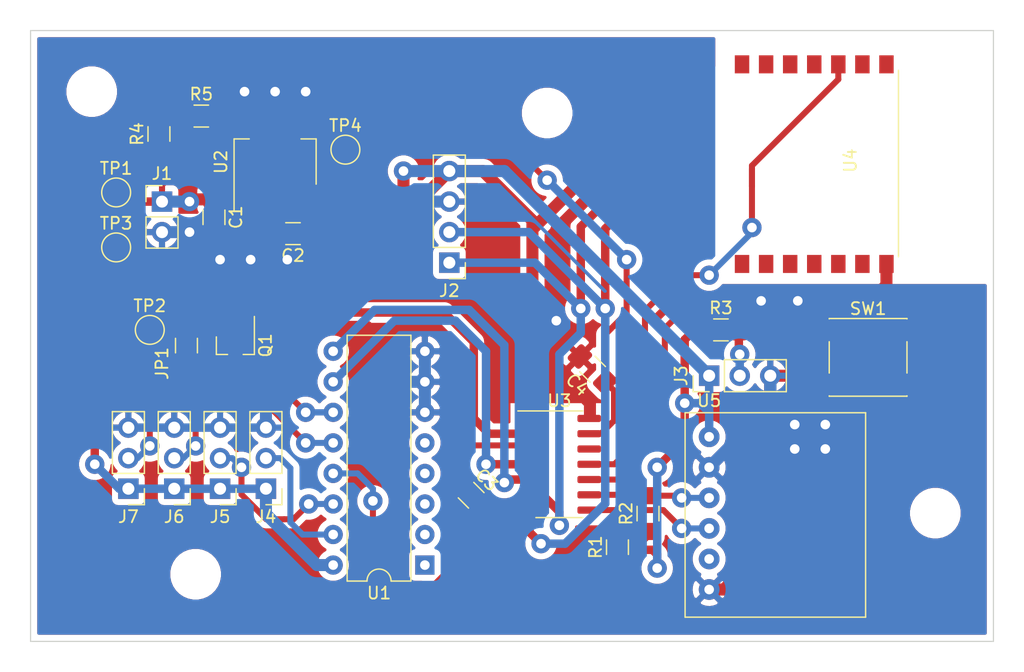
<source format=kicad_pcb>
(kicad_pcb (version 20171130) (host pcbnew 5.1.9-73d0e3b20d~88~ubuntu20.04.1)
  (layers (0 F.Cu signal) (31 B.Cu signal) (34 B.Paste user) (35 F.Paste user) (36 B.SilkS user) (37 F.SilkS user) (38 B.Mask user) (39 F.Mask user) (44 Edge.Cuts user))
  (net 0 "")
  (net 1 GND)
  (net 2 /3.7V)
  (net 3 +3V3)
  (net 4 /Tiny_RX)
  (net 5 /Tiny_TX)
  (net 6 "Net-(J4-Pad2)")
  (net 7 "Net-(J5-Pad2)")
  (net 8 "Net-(J6-Pad2)")
  (net 9 "Net-(J7-Pad2)")
  (net 10 "Net-(U1-Pad5)")
  (net 11 "Net-(U1-Pad4)")
  (net 12 "Net-(U1-Pad3)")
  (net 13 "Net-(U1-Pad2)")
  (net 14 "Net-(U1-Pad1)")
  (net 15 "Net-(U3-Pad12)")
  (net 16 "Net-(U4-Pad15)")
  (net 17 "Net-(U4-Pad14)")
  (net 18 "Net-(U4-Pad13)")
  (net 19 "Net-(U4-Pad12)")
  (net 20 "Net-(U4-Pad21)")
  (net 21 "Net-(U4-Pad20)")
  (net 22 "Net-(U4-Pad19)")
  (net 23 "Net-(U4-Pad18)")
  (net 24 "Net-(U4-Pad17)")
  (net 25 "Net-(U4-Pad16)")
  (net 26 "Net-(U4-Pad7)")
  (net 27 "Net-(U4-Pad6)")
  (net 28 "Net-(U4-Pad5)")
  (net 29 "Net-(U4-Pad4)")
  (net 30 "Net-(U4-Pad2)")
  (net 31 "Net-(U4-Pad1)")
  (net 32 "Net-(U5-Pad5)")
  (net 33 /Mux_out)
  (net 34 /Tiny_RST)
  (net 35 /V_m)
  (net 36 /V_cmd)
  (net 37 /Tiny_SDA)
  (net 38 /Tiny_SCL)
  (net 39 /Mux_S0)
  (net 40 /Mux_S1)
  (net 41 /V_bat)
  (net 42 /BLE_Reset)
  (module Resistor_SMD:R_1206_3216Metric_Pad1.42x1.75mm_HandSolder (layer F.Cu) (at 80.2275 71.882)
    (fp_text reference R5 (at 0 -1.82) (layer F.SilkS))
    (fp_text value 500kR)
    (pad 2 smd roundrect (at 1.4875 0) (size 1.425 1.75) (layers F.Cu F.Paste F.Mask) (roundrect_rratio 0.1754385964912281) (net 1 GND))
    (pad 1 smd roundrect (at -1.4875 0) (size 1.425 1.75) (layers F.Cu F.Paste F.Mask) (roundrect_rratio 0.1754385964912281) (net 41 /V_bat))
  )
  (module TestPoint:TestPoint_Pad_D2.0mm (layer F.Cu) (at 92.202 74.676)
    (fp_text reference TP4 (at 0 -1.998) (layer F.SilkS))
    (fp_text value TestPoint)
    (pad 1 smd circle (at 0 0) (size 2 2) (layers F.Cu F.Mask) (net 3 +3V3))
  )
  (module TestPoint:TestPoint_Pad_D2.0mm (layer F.Cu) (at 73.152 82.804)
    (fp_text reference TP3 (at 0 -1.998) (layer F.SilkS))
    (fp_text value TestPoint)
    (pad 1 smd circle (at 0 0) (size 2 2) (layers F.Cu F.Mask) (net 1 GND))
  )
  (module TestPoint:TestPoint_Pad_D2.0mm (layer F.Cu) (at 75.946 89.662)
    (fp_text reference TP2 (at 0 -1.998) (layer F.SilkS))
    (fp_text value TestPoint)
    (pad 1 smd circle (at 0 0) (size 2 2) (layers F.Cu F.Mask) (net 35 /V_m))
  )
  (module TestPoint:TestPoint_Pad_D2.0mm (layer F.Cu) (at 73.152 78.232)
    (fp_text reference TP1 (at 0 -1.998) (layer F.SilkS))
    (fp_text value TestPoint)
    (pad 1 smd circle (at 0 0) (size 2 2) (layers F.Cu F.Mask) (net 2 /3.7V))
  )
  (module Pota:EMB1061 (layer F.Cu) (at 137.16 68.58 270)
    (fp_text reference U4 (at 7 3 90) (layer F.SilkS))
    (fp_text value EMB1061)
    (pad 15 smd rect (at 14.3 15.5) (size 2 1.1) (layers F.Cu F.Paste F.Mask) (net 16 "Net-(U4-Pad15)"))
    (pad 14 smd rect (at 12.3 15.5) (size 2 1.1) (layers F.Cu F.Paste F.Mask) (net 17 "Net-(U4-Pad14)"))
    (pad 13 smd rect (at 10.3 15.5) (size 2 1.1) (layers F.Cu F.Paste F.Mask) (net 18 "Net-(U4-Pad13)"))
    (pad 12 smd rect (at 8.3 15.5) (size 2 1.1) (layers F.Cu F.Paste F.Mask) (net 19 "Net-(U4-Pad12)"))
    (pad 11 smd rect (at 6.3 15.5) (size 2 1.1) (layers F.Cu F.Paste F.Mask) (net 5 /Tiny_TX))
    (pad 10 smd rect (at 4.3 15.5) (size 2 1.1) (layers F.Cu F.Paste F.Mask) (net 4 /Tiny_RX))
    (pad 9 smd rect (at 2.3 15.5) (size 2 1.1) (layers F.Cu F.Paste F.Mask) (net 1 GND))
    (pad 8 smd rect (at 0.3 15.5 180) (size 2 1.1) (layers F.Cu F.Paste F.Mask) (net 3 +3V3))
    (pad 22 smd rect (at 15.6 0 270) (size 1.5 1.2) (layers F.Cu F.Paste F.Mask) (net 1 GND))
    (pad 21 smd rect (at 15.6 2 270) (size 1.5 1.2) (layers F.Cu F.Paste F.Mask) (net 20 "Net-(U4-Pad21)"))
    (pad 20 smd rect (at 15.6 4 270) (size 1.5 1.2) (layers F.Cu F.Paste F.Mask) (net 21 "Net-(U4-Pad20)"))
    (pad 19 smd rect (at 15.6 6 270) (size 1.5 1.2) (layers F.Cu F.Paste F.Mask) (net 22 "Net-(U4-Pad19)"))
    (pad 18 smd rect (at 15.6 8 270) (size 1.5 1.2) (layers F.Cu F.Paste F.Mask) (net 23 "Net-(U4-Pad18)"))
    (pad 17 smd rect (at 15.6 10 270) (size 1.5 1.2) (layers F.Cu F.Paste F.Mask) (net 24 "Net-(U4-Pad17)"))
    (pad 16 smd rect (at 15.6 12 270) (size 1.5 1.2) (layers F.Cu F.Paste F.Mask) (net 25 "Net-(U4-Pad16)"))
    (pad 7 smd rect (at -1 12 270) (size 1.5 1.2) (layers F.Cu F.Paste F.Mask) (net 26 "Net-(U4-Pad7)"))
    (pad 6 smd rect (at -1 10 270) (size 1.5 1.2) (layers F.Cu F.Paste F.Mask) (net 27 "Net-(U4-Pad6)"))
    (pad 5 smd rect (at -1 8 270) (size 1.5 1.2) (layers F.Cu F.Paste F.Mask) (net 28 "Net-(U4-Pad5)"))
    (pad 4 smd rect (at -1 6 270) (size 1.5 1.2) (layers F.Cu F.Paste F.Mask) (net 29 "Net-(U4-Pad4)"))
    (pad 3 smd rect (at -1 4 270) (size 1.5 1.2) (layers F.Cu F.Paste F.Mask) (net 42 /BLE_Reset))
    (pad 2 smd rect (at -1 2 270) (size 1.5 1.2) (layers F.Cu F.Paste F.Mask) (net 30 "Net-(U4-Pad2)"))
    (pad 1 smd rect (at -1 0 270) (size 1.5 1.2) (layers F.Cu F.Paste F.Mask) (net 31 "Net-(U4-Pad1)"))
  )
  (module Resistor_SMD:R_1206_3216Metric_Pad1.42x1.75mm_HandSolder (layer F.Cu) (at 76.708 73.3695 90)
    (fp_text reference R4 (at 0 -1.82 90) (layer F.SilkS))
    (fp_text value 500kR)
    (pad 2 smd roundrect (at 1.4875 0 90) (size 1.425 1.75) (layers F.Cu F.Paste F.Mask) (roundrect_rratio 0.1754385964912281) (net 41 /V_bat))
    (pad 1 smd roundrect (at -1.4875 0 90) (size 1.425 1.75) (layers F.Cu F.Paste F.Mask) (roundrect_rratio 0.1754385964912281) (net 2 /3.7V))
  )
  (module Capacitor_SMD:C_1206_3216Metric_Pad1.42x1.75mm_HandSolder (layer F.Cu) (at 112.740179 92.928179 135)
    (fp_text reference C4 (at 0 -1.82 135) (layer F.SilkS))
    (fp_text value 10uF)
    (pad 2 smd roundrect (at 1.4875 0 135) (size 1.425 1.75) (layers F.Cu F.Paste F.Mask) (roundrect_rratio 0.1754385964912281) (net 1 GND))
    (pad 1 smd roundrect (at -1.4875 0 135) (size 1.425 1.75) (layers F.Cu F.Paste F.Mask) (roundrect_rratio 0.1754385964912281) (net 41 /V_bat))
  )
  (module Package_TO_SOT_SMD:SOT-223 (layer F.Cu) (at 86.36 75.692 90)
    (fp_text reference U2 (at 0 -4.5 90) (layer F.SilkS))
    (fp_text value MCP1826S)
    (pad 1 smd rect (at -3.15 -2.3 90) (size 2 1.5) (layers F.Cu F.Paste F.Mask) (net 2 /3.7V))
    (pad 3 smd rect (at -3.15 2.3 90) (size 2 1.5) (layers F.Cu F.Paste F.Mask) (net 3 +3V3))
    (pad 2 smd rect (at -3.15 0 90) (size 2 1.5) (layers F.Cu F.Paste F.Mask) (net 1 GND))
    (pad 2 smd rect (at 3.15 0 90) (size 2 3.8) (layers F.Cu F.Paste F.Mask) (net 1 GND))
  )
  (module Package_TO_SOT_SMD:SOT-23_Handsoldering (layer F.Cu) (at 83.058 90.948 270)
    (fp_text reference Q1 (at 0 -2.5 90) (layer F.SilkS))
    (fp_text value SI2369DS)
    (pad 3 smd rect (at 1.5 0 270) (size 1.9 0.8) (layers F.Cu F.Paste F.Mask) (net 35 /V_m))
    (pad 2 smd rect (at -1.5 0.95 270) (size 1.9 0.8) (layers F.Cu F.Paste F.Mask) (net 3 +3V3))
    (pad 1 smd rect (at -1.5 -0.95 270) (size 1.9 0.8) (layers F.Cu F.Paste F.Mask) (net 36 /V_cmd))
  )
  (module Button_Switch_SMD:SW_Push_1P1T_NO_6x6mm_H9.5mm (layer F.Cu) (at 135.636 91.948)
    (fp_text reference SW1 (at 0 -4.05) (layer F.SilkS))
    (fp_text value Push_Button)
    (pad 2 smd rect (at 3.975 2.25) (size 1.55 1.3) (layers F.Cu F.Paste F.Mask) (net 1 GND))
    (pad 1 smd rect (at 3.975 -2.25) (size 1.55 1.3) (layers F.Cu F.Paste F.Mask) (net 34 /Tiny_RST))
    (pad 1 smd rect (at -3.975 -2.25) (size 1.55 1.3) (layers F.Cu F.Paste F.Mask) (net 34 /Tiny_RST))
    (pad 2 smd rect (at -3.975 2.25) (size 1.55 1.3) (layers F.Cu F.Paste F.Mask) (net 1 GND))
  )
  (module Resistor_SMD:R_1206_3216Metric_Pad1.42x1.75mm_HandSolder (layer F.Cu) (at 123.4075 89.662)
    (fp_text reference R3 (at 0 -1.82) (layer F.SilkS))
    (fp_text value R)
    (pad 2 smd roundrect (at 1.4875 0) (size 1.425 1.75) (layers F.Cu F.Paste F.Mask) (roundrect_rratio 0.1754385964912281) (net 34 /Tiny_RST))
    (pad 1 smd roundrect (at -1.4875 0) (size 1.425 1.75) (layers F.Cu F.Paste F.Mask) (roundrect_rratio 0.1754385964912281) (net 3 +3V3))
  )
  (module Resistor_SMD:R_1206_3216Metric_Pad1.42x1.75mm_HandSolder (layer F.Cu) (at 78.994 90.9685 90)
    (fp_text reference JP1 (at -1.4875 -2.032 90) (layer F.SilkS))
    (fp_text value Jumper)
    (pad 2 smd roundrect (at 1.4875 0 90) (size 1.425 1.75) (layers F.Cu F.Paste F.Mask) (roundrect_rratio 0.1754385964912281) (net 3 +3V3))
    (pad 1 smd roundrect (at -1.4875 0 90) (size 1.425 1.75) (layers F.Cu F.Paste F.Mask) (roundrect_rratio 0.1754385964912281) (net 35 /V_m))
  )
  (module Pota:BMP280 (layer F.Cu) (at 122.428 98.552)
    (fp_text reference U5 (at 0 -3) (layer F.SilkS))
    (fp_text value BMP280)
    (pad 6 thru_hole circle (at 0 12.7) (size 1.724 1.724) (drill 0.8) (layers *.Cu *.Mask) (net 1 GND))
    (pad 5 thru_hole circle (at 0 10.16) (size 1.724 1.724) (drill 0.8) (layers *.Cu *.Mask) (net 32 "Net-(U5-Pad5)"))
    (pad 4 thru_hole circle (at 0 7.62) (size 1.724 1.724) (drill 0.8) (layers *.Cu *.Mask) (net 37 /Tiny_SDA))
    (pad 3 thru_hole circle (at 0 5.08) (size 1.724 1.724) (drill 0.8) (layers *.Cu *.Mask) (net 38 /Tiny_SCL))
    (pad 2 thru_hole circle (at 0 2.54) (size 1.724 1.724) (drill 0.8) (layers *.Cu *.Mask) (net 1 GND))
    (pad 1 thru_hole circle (at 0 0) (size 1.724 1.724) (drill 0.8) (layers *.Cu *.Mask) (net 3 +3V3))
  )
  (module Package_SO:SOIC-14_3.9x8.7mm_P1.27mm (layer F.Cu) (at 109.982 100.838)
    (fp_text reference U3 (at 0 -5.28) (layer F.SilkS))
    (fp_text value ATtiny1604)
    (pad 14 smd roundrect (at 2.475 -3.81) (size 1.95 0.6) (layers F.Cu F.Paste F.Mask) (net 1 GND))
    (pad 13 smd roundrect (at 2.475 -2.54) (size 1.95 0.6) (layers F.Cu F.Paste F.Mask) (net 41 /V_bat))
    (pad 12 smd roundrect (at 2.475 -1.27) (size 1.95 0.6) (layers F.Cu F.Paste F.Mask) (net 15 "Net-(U3-Pad12)"))
    (pad 11 smd roundrect (at 2.475 0) (size 1.95 0.6) (layers F.Cu F.Paste F.Mask) (net 42 /BLE_Reset))
    (pad 10 smd roundrect (at 2.475 1.27) (size 1.95 0.6) (layers F.Cu F.Paste F.Mask) (net 34 /Tiny_RST))
    (pad 9 smd roundrect (at 2.475 2.54) (size 1.95 0.6) (layers F.Cu F.Paste F.Mask) (net 38 /Tiny_SCL))
    (pad 8 smd roundrect (at 2.475 3.81) (size 1.95 0.6) (layers F.Cu F.Paste F.Mask) (net 37 /Tiny_SDA))
    (pad 7 smd roundrect (at -2.475 3.81) (size 1.95 0.6) (layers F.Cu F.Paste F.Mask) (net 5 /Tiny_TX))
    (pad 6 smd roundrect (at -2.475 2.54) (size 1.95 0.6) (layers F.Cu F.Paste F.Mask) (net 4 /Tiny_RX))
    (pad 5 smd roundrect (at -2.475 1.27) (size 1.95 0.6) (layers F.Cu F.Paste F.Mask) (net 40 /Mux_S1))
    (pad 4 smd roundrect (at -2.475 0) (size 1.95 0.6) (layers F.Cu F.Paste F.Mask) (net 39 /Mux_S0))
    (pad 3 smd roundrect (at -2.475 -1.27) (size 1.95 0.6) (layers F.Cu F.Paste F.Mask) (net 33 /Mux_out))
    (pad 2 smd roundrect (at -2.475 -2.54) (size 1.95 0.6) (layers F.Cu F.Paste F.Mask) (net 36 /V_cmd))
    (pad 1 smd roundrect (at -2.475 -3.81) (size 1.95 0.6) (layers F.Cu F.Paste F.Mask) (net 3 +3V3))
  )
  (module Package_DIP:DIP-16_W7.62mm (layer F.Cu) (at 98.806 109.22 180)
    (fp_text reference U1 (at 3.81 -2.33) (layer F.SilkS))
    (fp_text value 74HC4052E)
    (pad 16 thru_hole oval (at 7.62 0 180) (size 1.6 1.6) (drill 0.8) (layers *.Cu *.Mask) (net 35 /V_m))
    (pad 8 thru_hole oval (at 0 17.78 180) (size 1.6 1.6) (drill 0.8) (layers *.Cu *.Mask) (net 1 GND))
    (pad 15 thru_hole oval (at 7.62 2.54 180) (size 1.6 1.6) (drill 0.8) (layers *.Cu *.Mask) (net 6 "Net-(J4-Pad2)"))
    (pad 7 thru_hole oval (at 0 15.24 180) (size 1.6 1.6) (drill 0.8) (layers *.Cu *.Mask) (net 1 GND))
    (pad 14 thru_hole oval (at 7.62 5.08 180) (size 1.6 1.6) (drill 0.8) (layers *.Cu *.Mask) (net 7 "Net-(J5-Pad2)"))
    (pad 6 thru_hole oval (at 0 12.7 180) (size 1.6 1.6) (drill 0.8) (layers *.Cu *.Mask) (net 1 GND))
    (pad 13 thru_hole oval (at 7.62 7.62 180) (size 1.6 1.6) (drill 0.8) (layers *.Cu *.Mask) (net 33 /Mux_out))
    (pad 5 thru_hole oval (at 0 10.16 180) (size 1.6 1.6) (drill 0.8) (layers *.Cu *.Mask) (net 10 "Net-(U1-Pad5)"))
    (pad 12 thru_hole oval (at 7.62 10.16 180) (size 1.6 1.6) (drill 0.8) (layers *.Cu *.Mask) (net 8 "Net-(J6-Pad2)"))
    (pad 4 thru_hole oval (at 0 7.62 180) (size 1.6 1.6) (drill 0.8) (layers *.Cu *.Mask) (net 11 "Net-(U1-Pad4)"))
    (pad 11 thru_hole oval (at 7.62 12.7 180) (size 1.6 1.6) (drill 0.8) (layers *.Cu *.Mask) (net 9 "Net-(J7-Pad2)"))
    (pad 3 thru_hole oval (at 0 5.08 180) (size 1.6 1.6) (drill 0.8) (layers *.Cu *.Mask) (net 12 "Net-(U1-Pad3)"))
    (pad 10 thru_hole oval (at 7.62 15.24 180) (size 1.6 1.6) (drill 0.8) (layers *.Cu *.Mask) (net 39 /Mux_S0))
    (pad 2 thru_hole oval (at 0 2.54 180) (size 1.6 1.6) (drill 0.8) (layers *.Cu *.Mask) (net 13 "Net-(U1-Pad2)"))
    (pad 9 thru_hole oval (at 7.62 17.78 180) (size 1.6 1.6) (drill 0.8) (layers *.Cu *.Mask) (net 40 /Mux_S1))
    (pad 1 thru_hole rect (at 0 0 180) (size 1.6 1.6) (drill 0.8) (layers *.Cu *.Mask) (net 14 "Net-(U1-Pad1)"))
  )
  (module Resistor_SMD:R_1206_3216Metric_Pad1.42x1.75mm_HandSolder (layer F.Cu) (at 117.348 104.9385 90)
    (fp_text reference R2 (at 0 -1.82 90) (layer F.SilkS))
    (fp_text value 2.5kR)
    (pad 2 smd roundrect (at 1.4875 0 90) (size 1.425 1.75) (layers F.Cu F.Paste F.Mask) (roundrect_rratio 0.1754385964912281) (net 38 /Tiny_SCL))
    (pad 1 smd roundrect (at -1.4875 0 90) (size 1.425 1.75) (layers F.Cu F.Paste F.Mask) (roundrect_rratio 0.1754385964912281) (net 3 +3V3))
  )
  (module Resistor_SMD:R_1206_3216Metric_Pad1.42x1.75mm_HandSolder (layer F.Cu) (at 114.808 107.7325 90)
    (fp_text reference R1 (at 0 -1.82 90) (layer F.SilkS))
    (fp_text value 2.5kR)
    (pad 2 smd roundrect (at 1.4875 0 90) (size 1.425 1.75) (layers F.Cu F.Paste F.Mask) (roundrect_rratio 0.1754385964912281) (net 37 /Tiny_SDA))
    (pad 1 smd roundrect (at -1.4875 0 90) (size 1.425 1.75) (layers F.Cu F.Paste F.Mask) (roundrect_rratio 0.1754385964912281) (net 3 +3V3))
  )
  (module Connector_PinHeader_2.54mm:PinHeader_1x03_P2.54mm_Vertical (layer F.Cu) (at 74.168 102.87 180)
    (fp_text reference J7 (at 0 -2.33) (layer F.SilkS))
    (fp_text value Conn_Mux3)
    (pad 3 thru_hole oval (at 0 5.08 180) (size 1.7 1.7) (drill 1) (layers *.Cu *.Mask) (net 1 GND))
    (pad 2 thru_hole oval (at 0 2.54 180) (size 1.7 1.7) (drill 1) (layers *.Cu *.Mask) (net 9 "Net-(J7-Pad2)"))
    (pad 1 thru_hole rect (at 0 0 180) (size 1.7 1.7) (drill 1) (layers *.Cu *.Mask) (net 35 /V_m))
  )
  (module Connector_PinHeader_2.54mm:PinHeader_1x03_P2.54mm_Vertical (layer F.Cu) (at 77.978 102.87 180)
    (fp_text reference J6 (at 0 -2.33) (layer F.SilkS))
    (fp_text value Conn_Mux0)
    (pad 3 thru_hole oval (at 0 5.08 180) (size 1.7 1.7) (drill 1) (layers *.Cu *.Mask) (net 1 GND))
    (pad 2 thru_hole oval (at 0 2.54 180) (size 1.7 1.7) (drill 1) (layers *.Cu *.Mask) (net 8 "Net-(J6-Pad2)"))
    (pad 1 thru_hole rect (at 0 0 180) (size 1.7 1.7) (drill 1) (layers *.Cu *.Mask) (net 35 /V_m))
  )
  (module Connector_PinHeader_2.54mm:PinHeader_1x03_P2.54mm_Vertical (layer F.Cu) (at 81.788 102.87 180)
    (fp_text reference J5 (at 0 -2.33) (layer F.SilkS))
    (fp_text value Conn_Mux1)
    (pad 3 thru_hole oval (at 0 5.08 180) (size 1.7 1.7) (drill 1) (layers *.Cu *.Mask) (net 1 GND))
    (pad 2 thru_hole oval (at 0 2.54 180) (size 1.7 1.7) (drill 1) (layers *.Cu *.Mask) (net 7 "Net-(J5-Pad2)"))
    (pad 1 thru_hole rect (at 0 0 180) (size 1.7 1.7) (drill 1) (layers *.Cu *.Mask) (net 35 /V_m))
  )
  (module Connector_PinHeader_2.54mm:PinHeader_1x03_P2.54mm_Vertical (layer F.Cu) (at 85.598 102.87 180)
    (fp_text reference J4 (at 0 -2.33) (layer F.SilkS))
    (fp_text value Conn_Mux2)
    (pad 3 thru_hole oval (at 0 5.08 180) (size 1.7 1.7) (drill 1) (layers *.Cu *.Mask) (net 1 GND))
    (pad 2 thru_hole oval (at 0 2.54 180) (size 1.7 1.7) (drill 1) (layers *.Cu *.Mask) (net 6 "Net-(J4-Pad2)"))
    (pad 1 thru_hole rect (at 0 0 180) (size 1.7 1.7) (drill 1) (layers *.Cu *.Mask) (net 35 /V_m))
  )
  (module Connector_PinHeader_2.54mm:PinHeader_1x03_P2.54mm_Vertical (layer F.Cu) (at 122.428 93.472 90)
    (fp_text reference J3 (at 0 -2.33 90) (layer F.SilkS))
    (fp_text value Conn_UDPI)
    (pad 3 thru_hole oval (at 0 5.08 90) (size 1.7 1.7) (drill 1) (layers *.Cu *.Mask) (net 1 GND))
    (pad 2 thru_hole oval (at 0 2.54 90) (size 1.7 1.7) (drill 1) (layers *.Cu *.Mask) (net 34 /Tiny_RST))
    (pad 1 thru_hole rect (at 0 0 90) (size 1.7 1.7) (drill 1) (layers *.Cu *.Mask) (net 3 +3V3))
  )
  (module Connector_PinHeader_2.54mm:PinHeader_1x04_P2.54mm_Vertical (layer F.Cu) (at 100.838 84.074 180)
    (fp_text reference J2 (at 0 -2.33) (layer F.SilkS))
    (fp_text value Conn_Ext_UART)
    (pad 4 thru_hole oval (at 0 7.62 180) (size 1.7 1.7) (drill 1) (layers *.Cu *.Mask) (net 3 +3V3))
    (pad 3 thru_hole oval (at 0 5.08 180) (size 1.7 1.7) (drill 1) (layers *.Cu *.Mask) (net 1 GND))
    (pad 2 thru_hole oval (at 0 2.54 180) (size 1.7 1.7) (drill 1) (layers *.Cu *.Mask) (net 5 /Tiny_TX))
    (pad 1 thru_hole rect (at 0 0 180) (size 1.7 1.7) (drill 1) (layers *.Cu *.Mask) (net 4 /Tiny_RX))
  )
  (module Connector_PinHeader_2.54mm:PinHeader_1x02_P2.54mm_Vertical (layer F.Cu) (at 76.962 78.994)
    (fp_text reference J1 (at 0 -2.33) (layer F.SilkS))
    (fp_text value Conn_01x02_Male)
    (pad 2 thru_hole oval (at 0 2.54) (size 1.7 1.7) (drill 1) (layers *.Cu *.Mask) (net 1 GND))
    (pad 1 thru_hole rect (at 0 0) (size 1.7 1.7) (drill 1) (layers *.Cu *.Mask) (net 2 /3.7V))
  )
  (module MountingHole:MountingHole_3.2mm_M3 (layer F.Cu) (at 71.12 69.85)
    (fp_text reference H4 hide)
    (fp_text value MountingHole)
    (pad 1 np_thru_hole circle (at 0 0) (size 3.2 3.2) (drill 3.2) (layers *.Cu *.Mask))
  )
  (module MountingHole:MountingHole_3.2mm_M3 (layer F.Cu) (at 108.966 71.628)
    (fp_text reference H3 hide)
    (fp_text value MountingHole)
    (pad 1 np_thru_hole circle (at 0 0) (size 3.2 3.2) (drill 3.2) (layers *.Cu *.Mask))
  )
  (module MountingHole:MountingHole_3.2mm_M3 (layer F.Cu) (at 79.756 109.982)
    (fp_text reference H2 hide)
    (fp_text value MountingHole)
    (pad 1 np_thru_hole circle (at 0 0) (size 3.2 3.2) (drill 3.2) (layers *.Cu *.Mask))
  )
  (module MountingHole:MountingHole_3.2mm_M3 (layer F.Cu) (at 141.224 104.902)
    (fp_text reference H1 hide)
    (fp_text value MountingHole)
    (pad 1 np_thru_hole circle (at 0 0) (size 3.2 3.2) (drill 3.2) (layers *.Cu *.Mask))
  )
  (module Capacitor_SMD:C_1206_3216Metric_Pad1.42x1.75mm_HandSolder (layer F.Cu) (at 102.651821 103.413821 315)
    (fp_text reference C3 (at 0 -1.82 135) (layer F.SilkS))
    (fp_text value C_stab)
    (pad 2 smd roundrect (at 1.4875 0 315) (size 1.425 1.75) (layers F.Cu F.Paste F.Mask) (roundrect_rratio 0.1754385964912281) (net 1 GND))
    (pad 1 smd roundrect (at -1.4875 0 315) (size 1.425 1.75) (layers F.Cu F.Paste F.Mask) (roundrect_rratio 0.1754385964912281) (net 33 /Mux_out))
  )
  (module Capacitor_SMD:C_1206_3216Metric_Pad1.42x1.75mm_HandSolder (layer F.Cu) (at 87.8475 81.661 180)
    (fp_text reference C2 (at 0 -1.82) (layer F.SilkS))
    (fp_text value "4.7uF 1206 Ceramic")
    (pad 2 smd roundrect (at 1.4875 0 180) (size 1.425 1.75) (layers F.Cu F.Paste F.Mask) (roundrect_rratio 0.1754385964912281) (net 1 GND))
    (pad 1 smd roundrect (at -1.4875 0 180) (size 1.425 1.75) (layers F.Cu F.Paste F.Mask) (roundrect_rratio 0.1754385964912281) (net 3 +3V3))
  )
  (module Capacitor_SMD:C_1206_3216Metric_Pad1.42x1.75mm_HandSolder (layer F.Cu) (at 81.28 80.3005 270)
    (fp_text reference C1 (at 0 -1.82 90) (layer F.SilkS))
    (fp_text value C)
    (pad 2 smd roundrect (at 1.4875 0 270) (size 1.425 1.75) (layers F.Cu F.Paste F.Mask) (roundrect_rratio 0.1754385964912281) (net 1 GND))
    (pad 1 smd roundrect (at -1.4875 0 270) (size 1.425 1.75) (layers F.Cu F.Paste F.Mask) (roundrect_rratio 0.1754385964912281) (net 2 /3.7V))
  )
  (gr_line (start 146.05 64.77) (end 146.05 115.57) (layer Edge.Cuts) (width 0.1))
  (gr_line (start 66.04 64.77) (end 146.05 64.77) (layer Edge.Cuts) (width 0.1))
  (gr_line (start 66.04 115.57) (end 66.04 64.77) (layer Edge.Cuts) (width 0.1))
  (gr_line (start 146.05 115.57) (end 66.04 115.57) (layer Edge.Cuts) (width 0.1))
  (segment (start 85.598 97.79) (end 74.168 97.79) (width 0.7) (layer B.Cu) (net 1))
  (segment (start 139.611 94.198) (end 131.661 94.198) (width 1) (layer F.Cu) (net 1))
  (segment (start 127.508 96.012) (end 127.508 93.472) (width 1) (layer F.Cu) (net 1))
  (segment (start 122.428 101.092) (end 127.508 96.012) (width 1) (layer F.Cu) (net 1))
  (segment (start 130.935 93.472) (end 131.661 94.198) (width 1) (layer F.Cu) (net 1))
  (segment (start 127.508 93.472) (end 130.935 93.472) (width 1) (layer F.Cu) (net 1))
  (segment (start 127.508 96.012) (end 127.508 93.472) (width 1) (layer B.Cu) (net 1))
  (segment (start 122.428 101.092) (end 127.508 96.012) (width 1) (layer B.Cu) (net 1))
  (via (at 129.54 97.536) (size 1.6) (drill 0.8) (layers F.Cu B.Cu) (net 1))
  (segment (start 127.508 93.472) (end 127.508 95.504) (width 1) (layer B.Cu) (net 1))
  (segment (start 127.508 95.504) (end 129.54 97.536) (width 1) (layer B.Cu) (net 1))
  (via (at 132.08 97.536) (size 1.6) (drill 0.8) (layers F.Cu B.Cu) (net 1))
  (segment (start 129.54 97.536) (end 132.08 97.536) (width 1) (layer F.Cu) (net 1))
  (via (at 132.08 99.568) (size 1.6) (drill 0.8) (layers F.Cu B.Cu) (net 1))
  (segment (start 132.08 97.536) (end 132.08 99.568) (width 1) (layer B.Cu) (net 1))
  (via (at 129.54 99.568) (size 1.6) (drill 0.8) (layers F.Cu B.Cu) (net 1))
  (segment (start 132.08 99.568) (end 129.54 99.568) (width 1) (layer F.Cu) (net 1))
  (segment (start 129.54 99.568) (end 129.54 97.536) (width 1) (layer B.Cu) (net 1))
  (segment (start 129.54 97.536) (end 132.08 97.536) (width 1) (layer B.Cu) (net 1))
  (segment (start 132.08 99.568) (end 129.54 99.568) (width 1) (layer B.Cu) (net 1))
  (segment (start 129.54 97.536) (end 129.54 99.568) (width 1) (layer F.Cu) (net 1))
  (segment (start 132.08 97.536) (end 132.08 99.568) (width 1) (layer F.Cu) (net 1))
  (segment (start 127.508 95.504) (end 129.54 97.536) (width 1) (layer F.Cu) (net 1))
  (segment (start 127.508 93.472) (end 127.508 95.504) (width 1) (layer F.Cu) (net 1))
  (segment (start 132.08 94.617) (end 131.661 94.198) (width 1) (layer F.Cu) (net 1))
  (segment (start 132.08 97.536) (end 132.08 94.617) (width 1) (layer F.Cu) (net 1))
  (via (at 79.248 81.534) (size 1.6) (drill 0.8) (layers F.Cu B.Cu) (net 1))
  (segment (start 76.962 81.534) (end 79.248 81.534) (width 1) (layer B.Cu) (net 1))
  (segment (start 79.248 81.534) (end 79.248 83.82) (width 1) (layer F.Cu) (net 1))
  (via (at 81.788 83.82) (size 1.6) (drill 0.8) (layers F.Cu B.Cu) (net 1))
  (segment (start 79.248 83.82) (end 81.788 83.82) (width 1) (layer B.Cu) (net 1))
  (via (at 84.328 83.82) (size 1.6) (drill 0.8) (layers F.Cu B.Cu) (net 1))
  (segment (start 81.788 83.82) (end 84.328 83.82) (width 1) (layer F.Cu) (net 1))
  (via (at 87.376 83.82) (size 1.6) (drill 0.8) (layers F.Cu B.Cu) (net 1))
  (segment (start 84.328 83.82) (end 87.376 83.82) (width 1) (layer B.Cu) (net 1))
  (segment (start 87.376 83.82) (end 84.328 83.82) (width 1) (layer F.Cu) (net 1))
  (segment (start 81.788 83.82) (end 79.248 83.82) (width 1) (layer F.Cu) (net 1))
  (segment (start 81.788 83.82) (end 84.328 83.82) (width 1) (layer B.Cu) (net 1))
  (segment (start 79.248 81.534) (end 79.248 83.82) (width 1) (layer B.Cu) (net 1))
  (segment (start 120.16 70.88) (end 122.16 70.88) (width 1) (layer F.Cu) (net 1))
  (segment (start 112.522 96.774) (end 112.522 95.758) (width 1) (layer F.Cu) (net 1))
  (segment (start 112.522 95.758) (end 109.728 92.964) (width 1) (layer F.Cu) (net 1))
  (segment (start 109.742 81.298) (end 120.16 70.88) (width 1) (layer F.Cu) (net 1))
  (segment (start 109.742 87.612) (end 109.742 81.298) (width 1) (layer F.Cu) (net 1))
  (segment (start 111.76 94.996) (end 109.728 92.964) (width 1) (layer F.Cu) (net 1))
  (segment (start 87.376 83.82) (end 92.202 83.82) (width 1) (layer B.Cu) (net 1))
  (segment (start 97.028 78.994) (end 100.838 78.994) (width 1) (layer B.Cu) (net 1))
  (segment (start 92.202 83.82) (end 97.028 78.994) (width 1) (layer B.Cu) (net 1))
  (segment (start 122.428 111.252) (end 123.647052 111.252) (width 1) (layer F.Cu) (net 1))
  (segment (start 129.54 105.359052) (end 129.54 99.568) (width 1) (layer F.Cu) (net 1))
  (segment (start 123.647052 111.252) (end 129.54 105.359052) (width 1) (layer F.Cu) (net 1))
  (segment (start 98.806 96.52) (end 98.806 91.44) (width 1) (layer B.Cu) (net 1))
  (segment (start 92.202 83.82) (end 92.202 86.106) (width 1) (layer B.Cu) (net 1))
  (segment (start 85.598 92.71) (end 85.598 97.79) (width 1) (layer B.Cu) (net 1))
  (segment (start 87.376 90.932) (end 88.646 92.202) (width 1) (layer B.Cu) (net 1))
  (segment (start 87.376 90.932) (end 85.598 92.71) (width 1) (layer B.Cu) (net 1))
  (segment (start 92.202 86.106) (end 87.376 90.932) (width 1) (layer B.Cu) (net 1))
  (segment (start 98.806 93.98) (end 96.012 93.98) (width 1) (layer B.Cu) (net 1))
  (segment (start 96.012 91.44) (end 96.012 93.98) (width 1) (layer F.Cu) (net 1))
  (segment (start 89.662 89.408) (end 93.98 89.408) (width 1) (layer F.Cu) (net 1))
  (segment (start 88.646 92.202) (end 88.646 90.424) (width 1) (layer F.Cu) (net 1))
  (segment (start 93.98 89.408) (end 96.012 91.44) (width 1) (layer F.Cu) (net 1))
  (segment (start 88.646 90.424) (end 89.662 89.408) (width 1) (layer F.Cu) (net 1))
  (via (at 109.728 88.9) (size 1.6) (drill 0.8) (layers F.Cu B.Cu) (net 1))
  (segment (start 109.728 92.964) (end 109.728 88.9) (width 1) (layer F.Cu) (net 1))
  (segment (start 109.728 88.9) (end 109.728 87.626) (width 1) (layer F.Cu) (net 1))
  (segment (start 105.80263 86.106) (end 92.202 86.106) (width 1) (layer B.Cu) (net 1))
  (segment (start 109.728 88.9) (end 108.59663 88.9) (width 1) (layer B.Cu) (net 1))
  (segment (start 108.59663 88.9) (end 105.80263 86.106) (width 1) (layer B.Cu) (net 1))
  (segment (start 137.16 85.93) (end 137.16 84.18) (width 1) (layer F.Cu) (net 1))
  (segment (start 136.476 86.614) (end 137.16 85.93) (width 1) (layer F.Cu) (net 1))
  (via (at 129.794 87.249) (size 1.6) (drill 0.8) (layers F.Cu B.Cu) (net 1))
  (segment (start 130.81 86.614) (end 129.794 86.614) (width 0.7) (layer F.Cu) (net 1))
  (segment (start 130.81 86.614) (end 136.476 86.614) (width 1) (layer F.Cu) (net 1))
  (via (at 126.746 87.249) (size 1.6) (drill 0.8) (layers F.Cu B.Cu) (net 1))
  (segment (start 129.794 86.614) (end 126.746 86.614) (width 0.7) (layer F.Cu) (net 1))
  (segment (start 126.746 86.614) (end 130.81 86.614) (width 1) (layer F.Cu) (net 1))
  (via (at 86.36 69.85) (size 1.6) (drill 0.8) (layers F.Cu B.Cu) (net 1))
  (segment (start 86.36 72.542) (end 86.36 69.85) (width 1) (layer F.Cu) (net 1))
  (via (at 88.9 69.85) (size 1.6) (drill 0.8) (layers F.Cu B.Cu) (net 1))
  (segment (start 86.36 69.85) (end 88.9 69.85) (width 1) (layer B.Cu) (net 1))
  (via (at 83.82 69.85) (size 1.6) (drill 0.8) (layers F.Cu B.Cu) (net 1))
  (segment (start 86.36 69.85) (end 83.82 69.85) (width 1) (layer B.Cu) (net 1))
  (segment (start 86.36 78.842) (end 86.36 76.842) (width 1) (layer F.Cu) (net 1))
  (segment (start 86.36 81.661) (end 86.36 78.842) (width 1) (layer F.Cu) (net 1))
  (segment (start 81.309 78.842) (end 81.28 78.813) (width 1) (layer F.Cu) (net 2))
  (via (at 79.248 78.994) (size 1.6) (drill 0.8) (layers F.Cu B.Cu) (net 2))
  (segment (start 76.962 78.994) (end 79.248 78.994) (width 1) (layer B.Cu) (net 2))
  (segment (start 79.429 78.813) (end 79.248 78.994) (width 1) (layer F.Cu) (net 2))
  (segment (start 81.28 78.813) (end 79.429 78.813) (width 1) (layer F.Cu) (net 2))
  (segment (start 75.328213 78.994) (end 75.438 78.994) (width 0.7) (layer F.Cu) (net 2))
  (segment (start 74.566213 78.232) (end 75.328213 78.994) (width 0.7) (layer F.Cu) (net 2))
  (segment (start 73.152 78.232) (end 74.566213 78.232) (width 0.7) (layer F.Cu) (net 2))
  (segment (start 76.962 78.994) (end 75.438 78.994) (width 0.7) (layer F.Cu) (net 2))
  (segment (start 84.031 78.813) (end 84.06 78.842) (width 1) (layer F.Cu) (net 2))
  (segment (start 81.28 78.813) (end 84.031 78.813) (width 1) (layer F.Cu) (net 2))
  (segment (start 81.641 89.481) (end 82.108 89.948) (width 0.7) (layer F.Cu) (net 3))
  (segment (start 78.994 89.481) (end 81.641 89.481) (width 0.7) (layer F.Cu) (net 3))
  (via (at 120.396 95.758) (size 1.6) (drill 0.8) (layers F.Cu B.Cu) (net 3))
  (segment (start 122.428 98.552) (end 122.428 97.282) (width 0.7) (layer B.Cu) (net 3))
  (segment (start 122.428 97.282) (end 122.428 96.52) (width 0.7) (layer B.Cu) (net 3))
  (segment (start 121.92 89.662) (end 121.2075 89.662) (width 0.7) (layer F.Cu) (net 3))
  (segment (start 120.396 90.4735) (end 121.2075 89.662) (width 0.7) (layer F.Cu) (net 3))
  (segment (start 120.16 68.88) (end 122.16 68.88) (width 1) (layer F.Cu) (net 3))
  (segment (start 107.742 96.474) (end 107.742 81.298) (width 1) (layer F.Cu) (net 3))
  (segment (start 107.442 96.774) (end 107.742 96.474) (width 1) (layer F.Cu) (net 3))
  (via (at 97.028 76.454) (size 1.6) (drill 0.8) (layers F.Cu B.Cu) (net 3))
  (segment (start 97.028 76.454) (end 100.838 76.454) (width 1) (layer B.Cu) (net 3))
  (segment (start 100.838 76.454) (end 103.632 76.454) (width 1) (layer F.Cu) (net 3))
  (segment (start 107.742 80.564) (end 107.742 81.298) (width 1) (layer F.Cu) (net 3))
  (segment (start 103.632 76.454) (end 107.742 80.564) (width 1) (layer F.Cu) (net 3))
  (segment (start 107.742 81.298) (end 120.16 68.88) (width 1) (layer F.Cu) (net 3))
  (segment (start 102.040081 76.454) (end 100.838 76.454) (width 1) (layer B.Cu) (net 3))
  (segment (start 104.582002 76.454) (end 102.040081 76.454) (width 1) (layer B.Cu) (net 3))
  (segment (start 83.359 86.247) (end 82.108 87.498) (width 1) (layer F.Cu) (net 3))
  (segment (start 89.013 86.247) (end 83.359 86.247) (width 1) (layer F.Cu) (net 3))
  (segment (start 82.108 87.498) (end 82.108 89.448) (width 1) (layer F.Cu) (net 3))
  (segment (start 99.06 78.232) (end 100.838 76.454) (width 1) (layer F.Cu) (net 3))
  (segment (start 97.028 78.232) (end 99.06 78.232) (width 1) (layer F.Cu) (net 3))
  (segment (start 97.028 76.454) (end 97.028 78.232) (width 1) (layer F.Cu) (net 3))
  (segment (start 97.028 78.232) (end 96.012 79.248) (width 1) (layer F.Cu) (net 3))
  (segment (start 88.6714 78.8534) (end 88.66 78.842) (width 1) (layer F.Cu) (net 3))
  (segment (start 93.356 81.788) (end 93.472 81.788) (width 1) (layer F.Cu) (net 3))
  (segment (start 88.66 78.842) (end 90.41 78.842) (width 1) (layer F.Cu) (net 3))
  (segment (start 94.176 81.084) (end 94.488 80.772) (width 1) (layer F.Cu) (net 3))
  (segment (start 90.41 78.842) (end 92.652 81.084) (width 1) (layer F.Cu) (net 3))
  (segment (start 92.652 81.084) (end 93.356 81.788) (width 1) (layer F.Cu) (net 3))
  (segment (start 94.488 80.772) (end 93.472 81.788) (width 1) (layer F.Cu) (net 3))
  (segment (start 96.012 79.248) (end 94.488 80.772) (width 1) (layer F.Cu) (net 3))
  (segment (start 92.652 81.084) (end 94.176 81.084) (width 1) (layer F.Cu) (net 3))
  (segment (start 92.652 81.084) (end 92.652 82.608) (width 1) (layer F.Cu) (net 3))
  (segment (start 93.472 81.788) (end 92.456 82.804) (width 1) (layer F.Cu) (net 3))
  (segment (start 92.652 82.608) (end 92.456 82.804) (width 1) (layer F.Cu) (net 3))
  (segment (start 92.456 82.804) (end 89.013 86.247) (width 1) (layer F.Cu) (net 3))
  (segment (start 92.202 76.090213) (end 92.202 74.676) (width 0.5) (layer F.Cu) (net 3))
  (segment (start 92.202 76.55) (end 92.202 76.090213) (width 0.5) (layer F.Cu) (net 3))
  (segment (start 88.66 78.842) (end 89.91 78.842) (width 0.5) (layer F.Cu) (net 3))
  (segment (start 89.91 78.842) (end 92.202 76.55) (width 0.5) (layer F.Cu) (net 3))
  (segment (start 105.41 76.454) (end 122.428 93.472) (width 1) (layer B.Cu) (net 3))
  (segment (start 104.582002 76.454) (end 105.41 76.454) (width 1) (layer B.Cu) (net 3))
  (segment (start 120.396 90.4735) (end 120.396 95.758) (width 0.7) (layer F.Cu) (net 3))
  (segment (start 120.396 95.758) (end 120.396 95.504) (width 0.7) (layer B.Cu) (net 3))
  (segment (start 121.666 95.758) (end 120.396 95.758) (width 0.7) (layer B.Cu) (net 3))
  (segment (start 122.428 96.52) (end 121.666 95.758) (width 0.7) (layer B.Cu) (net 3))
  (segment (start 121.666 95.758) (end 122.428 94.996) (width 0.7) (layer B.Cu) (net 3))
  (segment (start 122.428 96.52) (end 122.428 94.996) (width 0.7) (layer B.Cu) (net 3))
  (segment (start 122.428 94.996) (end 122.428 93.472) (width 0.7) (layer B.Cu) (net 3))
  (segment (start 117.348 106.426) (end 117.348 106.68) (width 0.7) (layer F.Cu) (net 3))
  (via (at 118.11 101.092) (size 1.6) (drill 0.8) (layers F.Cu B.Cu) (net 3))
  (segment (start 120.396 95.758) (end 120.396 98.806) (width 0.7) (layer F.Cu) (net 3))
  (segment (start 120.396 98.806) (end 118.11 101.092) (width 0.7) (layer F.Cu) (net 3))
  (via (at 118.11 109.474) (size 1.6) (drill 0.8) (layers F.Cu B.Cu) (net 3))
  (segment (start 118.11 101.092) (end 118.11 109.474) (width 0.7) (layer B.Cu) (net 3))
  (segment (start 118.11 109.474) (end 118.11 108.34263) (width 0.7) (layer F.Cu) (net 3))
  (segment (start 117.71737 107.95) (end 116.078 107.95) (width 0.7) (layer F.Cu) (net 3))
  (segment (start 117.348 106.68) (end 116.078 107.95) (width 0.7) (layer F.Cu) (net 3))
  (segment (start 118.11 108.34263) (end 117.71737 107.95) (width 0.7) (layer F.Cu) (net 3))
  (segment (start 116.078 107.95) (end 114.808 109.22) (width 0.7) (layer F.Cu) (net 3))
  (via (at 111.76 87.884) (size 1.6) (drill 0.8) (layers F.Cu B.Cu) (net 4))
  (segment (start 111.742 87.866) (end 111.76 87.884) (width 0.7) (layer F.Cu) (net 4))
  (segment (start 111.76 87.884) (end 111.76 89.01537) (width 0.7) (layer B.Cu) (net 4))
  (segment (start 111.76 89.01537) (end 111.76 89.662) (width 0.7) (layer B.Cu) (net 4))
  (segment (start 111.76 89.662) (end 111.76 89.916) (width 0.7) (layer B.Cu) (net 4))
  (via (at 109.982 105.918) (size 1.6) (drill 0.8) (layers F.Cu B.Cu) (net 4))
  (segment (start 111.76 89.916) (end 109.982 91.694) (width 0.7) (layer B.Cu) (net 4))
  (segment (start 109.982 91.694) (end 109.982 105.918) (width 0.7) (layer B.Cu) (net 4))
  (segment (start 108.482 103.378) (end 107.507 103.378) (width 0.7) (layer F.Cu) (net 4))
  (segment (start 108.57337 103.378) (end 108.482 103.378) (width 0.7) (layer F.Cu) (net 4))
  (segment (start 109.982 105.918) (end 109.982 104.78663) (width 0.7) (layer F.Cu) (net 4))
  (segment (start 109.982 104.78663) (end 108.57337 103.378) (width 0.7) (layer F.Cu) (net 4))
  (segment (start 107.95 84.074) (end 111.76 87.884) (width 0.7) (layer B.Cu) (net 4))
  (segment (start 100.838 84.074) (end 107.95 84.074) (width 0.7) (layer B.Cu) (net 4))
  (segment (start 120.46 72.88) (end 122.16 72.88) (width 0.7) (layer F.Cu) (net 4))
  (segment (start 119.96 72.88) (end 121.66 72.88) (width 0.7) (layer F.Cu) (net 4))
  (segment (start 111.76 81.08) (end 119.96 72.88) (width 0.7) (layer F.Cu) (net 4))
  (segment (start 111.76 87.884) (end 111.76 81.08) (width 0.7) (layer F.Cu) (net 4))
  (via (at 108.458 107.442) (size 1.6) (drill 0.8) (layers F.Cu B.Cu) (net 5))
  (segment (start 107.507 104.648) (end 107.507 106.491) (width 0.7) (layer F.Cu) (net 5))
  (segment (start 107.507 106.491) (end 108.458 107.442) (width 0.7) (layer F.Cu) (net 5))
  (via (at 113.792 87.884) (size 1.6) (drill 0.8) (layers F.Cu B.Cu) (net 5))
  (segment (start 113.792 89.01537) (end 113.792 87.884) (width 0.7) (layer B.Cu) (net 5))
  (segment (start 113.792 104.106002) (end 113.792 89.01537) (width 0.7) (layer B.Cu) (net 5))
  (segment (start 110.456002 107.442) (end 113.792 104.106002) (width 0.7) (layer B.Cu) (net 5))
  (segment (start 108.458 107.442) (end 110.456002 107.442) (width 0.7) (layer B.Cu) (net 5))
  (segment (start 113.792 86.75263) (end 113.792 87.884) (width 0.7) (layer F.Cu) (net 5))
  (segment (start 113.792 82.707998) (end 113.792 86.75263) (width 0.7) (layer F.Cu) (net 5))
  (segment (start 122.16 74.88) (end 121.619998 74.88) (width 0.7) (layer F.Cu) (net 5))
  (segment (start 107.442 81.534) (end 100.838 81.534) (width 0.7) (layer B.Cu) (net 5))
  (segment (start 113.792 87.884) (end 107.442 81.534) (width 0.7) (layer B.Cu) (net 5))
  (segment (start 120.16 74.88) (end 121.66 74.88) (width 0.7) (layer F.Cu) (net 5))
  (segment (start 113.792 81.248) (end 120.16 74.88) (width 0.7) (layer F.Cu) (net 5))
  (segment (start 113.792 82.55) (end 113.792 81.248) (width 0.7) (layer F.Cu) (net 5))
  (segment (start 113.792 82.707998) (end 113.792 82.55) (width 0.5) (layer F.Cu) (net 5))
  (segment (start 86.800081 100.33) (end 87.63 101.159919) (width 0.5) (layer B.Cu) (net 6))
  (segment (start 85.598 100.33) (end 86.800081 100.33) (width 0.5) (layer B.Cu) (net 6))
  (segment (start 87.63 101.159919) (end 87.63 105.664) (width 0.5) (layer B.Cu) (net 6))
  (segment (start 88.646 106.68) (end 91.186 106.68) (width 0.5) (layer B.Cu) (net 6))
  (segment (start 87.63 105.664) (end 88.646 106.68) (width 0.5) (layer B.Cu) (net 6))
  (via (at 83.566 101.092) (size 1.6) (drill 0.8) (layers F.Cu B.Cu) (net 7))
  (segment (start 81.788 100.33) (end 82.804 100.33) (width 0.5) (layer B.Cu) (net 7))
  (segment (start 82.804 100.33) (end 83.566 101.092) (width 0.5) (layer B.Cu) (net 7))
  (segment (start 83.566 103.348002) (end 85.627998 105.41) (width 0.5) (layer F.Cu) (net 7))
  (segment (start 83.566 101.092) (end 83.566 103.348002) (width 0.5) (layer F.Cu) (net 7))
  (segment (start 85.627998 105.41) (end 87.122 105.41) (width 0.5) (layer F.Cu) (net 7))
  (via (at 89.154 104.14) (size 1.6) (drill 0.8) (layers F.Cu B.Cu) (net 7))
  (segment (start 87.122 105.41) (end 87.884 105.41) (width 0.5) (layer F.Cu) (net 7))
  (segment (start 87.884 105.41) (end 89.154 104.14) (width 0.5) (layer F.Cu) (net 7))
  (segment (start 89.154 104.14) (end 91.186 104.14) (width 0.5) (layer B.Cu) (net 7))
  (via (at 79.756 99.314) (size 1.6) (drill 0.8) (layers F.Cu B.Cu) (net 8))
  (segment (start 77.978 100.33) (end 78.74 100.33) (width 0.5) (layer B.Cu) (net 8))
  (segment (start 78.74 100.33) (end 79.756 99.314) (width 0.5) (layer B.Cu) (net 8))
  (segment (start 79.756 99.314) (end 79.756 96.774) (width 0.5) (layer F.Cu) (net 8))
  (segment (start 79.756 96.774) (end 80.040001 96.489999) (width 0.5) (layer F.Cu) (net 8))
  (segment (start 80.040001 96.489999) (end 80.264 96.266) (width 0.5) (layer F.Cu) (net 8))
  (via (at 88.9 99.06) (size 1.6) (drill 0.8) (layers F.Cu B.Cu) (net 8))
  (segment (start 80.264 96.266) (end 86.106 96.266) (width 0.5) (layer F.Cu) (net 8))
  (segment (start 86.106 96.266) (end 88.9 99.06) (width 0.5) (layer F.Cu) (net 8))
  (segment (start 88.9 99.06) (end 91.186 99.06) (width 0.5) (layer B.Cu) (net 8))
  (via (at 75.946 99.314) (size 1.6) (drill 0.8) (layers F.Cu B.Cu) (net 9))
  (segment (start 74.168 100.33) (end 74.93 100.33) (width 0.5) (layer B.Cu) (net 9))
  (segment (start 74.93 100.33) (end 75.946 99.314) (width 0.5) (layer B.Cu) (net 9))
  (segment (start 75.946 99.314) (end 75.946 96.266) (width 0.5) (layer F.Cu) (net 9))
  (segment (start 75.946 96.266) (end 77.47 94.742) (width 0.5) (layer F.Cu) (net 9))
  (segment (start 77.47 94.742) (end 78.994 94.742) (width 0.5) (layer F.Cu) (net 9))
  (via (at 88.9 96.52) (size 1.6) (drill 0.8) (layers F.Cu B.Cu) (net 9))
  (segment (start 89.154 96.52) (end 91.186 96.52) (width 0.5) (layer B.Cu) (net 9))
  (segment (start 88.9 96.52) (end 91.186 96.52) (width 0.5) (layer B.Cu) (net 9))
  (segment (start 87.122 94.742) (end 78.994 94.742) (width 0.5) (layer F.Cu) (net 9))
  (segment (start 88.9 96.52) (end 87.122 94.742) (width 0.5) (layer F.Cu) (net 9))
  (segment (start 135.16 84.18) (end 135.16 84.106) (width 1) (layer F.Cu) (net 20))
  (segment (start 91.186 101.6) (end 93.218 101.6) (width 0.5) (layer B.Cu) (net 33))
  (via (at 94.488 103.886) (size 1.6) (drill 0.8) (layers F.Cu B.Cu) (net 33))
  (segment (start 93.218 101.6) (end 94.488 102.87) (width 0.5) (layer B.Cu) (net 33))
  (segment (start 94.488 103.886) (end 94.488 109.982) (width 0.5) (layer F.Cu) (net 33))
  (segment (start 94.488 102.87) (end 94.488 103.886) (width 0.5) (layer B.Cu) (net 33))
  (segment (start 94.488 109.982) (end 96.774 112.268) (width 0.5) (layer F.Cu) (net 33))
  (segment (start 107.207 99.268) (end 102.154 99.268) (width 0.5) (layer F.Cu) (net 33))
  (segment (start 107.507 99.568) (end 107.207 99.268) (width 0.5) (layer F.Cu) (net 33))
  (segment (start 101.6 99.822) (end 101.6 102.362) (width 0.5) (layer F.Cu) (net 33))
  (segment (start 102.154 99.268) (end 101.6 99.822) (width 0.5) (layer F.Cu) (net 33))
  (segment (start 101.6 102.362) (end 101.6 108.836002) (width 0.5) (layer F.Cu) (net 33))
  (segment (start 98.168002 112.268) (end 96.774 112.268) (width 0.5) (layer F.Cu) (net 33))
  (segment (start 101.6 108.836002) (end 98.168002 112.268) (width 0.5) (layer F.Cu) (net 33))
  (segment (start 139.611 89.698) (end 131.661 89.698) (width 0.7) (layer F.Cu) (net 34))
  (segment (start 124.931 89.698) (end 124.895 89.662) (width 0.7) (layer F.Cu) (net 34))
  (segment (start 131.661 89.698) (end 124.931 89.698) (width 0.7) (layer F.Cu) (net 34))
  (segment (start 124.895 89.662) (end 124.895 88.787) (width 0.5) (layer F.Cu) (net 34))
  (via (at 124.968 91.694) (size 1.6) (drill 0.8) (layers F.Cu B.Cu) (net 34))
  (segment (start 124.895 89.662) (end 124.895 91.621) (width 0.7) (layer F.Cu) (net 34))
  (segment (start 124.895 91.621) (end 124.968 91.694) (width 0.7) (layer F.Cu) (net 34))
  (segment (start 124.968 91.694) (end 124.968 93.472) (width 0.7) (layer B.Cu) (net 34))
  (segment (start 118.745 94.615) (end 118.745 89.535) (width 0.5) (layer F.Cu) (net 34))
  (segment (start 124.44499 88.33699) (end 124.895 88.787) (width 0.5) (layer F.Cu) (net 34))
  (segment (start 118.745 89.535) (end 119.94301 88.33699) (width 0.5) (layer F.Cu) (net 34))
  (segment (start 119.94301 88.33699) (end 124.44499 88.33699) (width 0.5) (layer F.Cu) (net 34))
  (segment (start 118.745 94.615) (end 118.745 98.171) (width 0.5) (layer F.Cu) (net 34))
  (segment (start 114.808 102.108) (end 112.457 102.108) (width 0.5) (layer F.Cu) (net 34))
  (segment (start 118.745 98.171) (end 114.808 102.108) (width 0.5) (layer F.Cu) (net 34))
  (segment (start 85.598 102.87) (end 74.168 102.87) (width 0.7) (layer B.Cu) (net 35))
  (segment (start 82.55 92.456) (end 83.058 91.948) (width 0.7) (layer F.Cu) (net 35))
  (segment (start 78.994 92.456) (end 82.55 92.456) (width 0.7) (layer F.Cu) (net 35))
  (segment (start 78.994 92.456) (end 78.119 92.456) (width 0.7) (layer F.Cu) (net 35))
  (via (at 71.374 100.838) (size 1.6) (drill 0.8) (layers F.Cu B.Cu) (net 35))
  (segment (start 75.438 92.456) (end 71.374 96.52) (width 0.7) (layer F.Cu) (net 35))
  (segment (start 71.374 96.52) (end 71.374 100.838) (width 0.7) (layer F.Cu) (net 35))
  (segment (start 73.406 102.87) (end 71.374 100.838) (width 0.7) (layer B.Cu) (net 35))
  (segment (start 74.168 102.87) (end 73.406 102.87) (width 0.7) (layer B.Cu) (net 35))
  (segment (start 90.05463 109.22) (end 91.186 109.22) (width 1) (layer B.Cu) (net 35))
  (segment (start 89.842484 109.22) (end 90.05463 109.22) (width 1) (layer B.Cu) (net 35))
  (segment (start 85.598 102.87) (end 85.598 104.975516) (width 1) (layer B.Cu) (net 35))
  (segment (start 85.598 104.975516) (end 89.842484 109.22) (width 1) (layer B.Cu) (net 35))
  (segment (start 77.216 92.456) (end 75.438 92.456) (width 0.7) (layer F.Cu) (net 35))
  (segment (start 78.119 92.456) (end 77.216 92.456) (width 0.7) (layer F.Cu) (net 35))
  (segment (start 75.946 91.186) (end 75.946 89.662) (width 0.5) (layer F.Cu) (net 35))
  (segment (start 77.216 92.456) (end 75.946 91.186) (width 0.5) (layer F.Cu) (net 35))
  (segment (start 84.008 88.798) (end 84.008 89.948) (width 0.7) (layer F.Cu) (net 36))
  (segment (start 107.507 98.298) (end 104.14 98.298) (width 0.7) (layer F.Cu) (net 36))
  (segment (start 102.87 90.678) (end 100.41049 88.21849) (width 0.7) (layer F.Cu) (net 36))
  (segment (start 104.14 98.298) (end 102.87 97.028) (width 0.7) (layer F.Cu) (net 36))
  (segment (start 102.87 97.028) (end 102.87 90.678) (width 0.7) (layer F.Cu) (net 36))
  (segment (start 84.58751 88.21849) (end 84.008 88.798) (width 0.7) (layer F.Cu) (net 36))
  (segment (start 100.41049 88.21849) (end 84.58751 88.21849) (width 0.7) (layer F.Cu) (net 36))
  (segment (start 114.808 105.156) (end 114.808 106.245) (width 0.5) (layer F.Cu) (net 37))
  (segment (start 112.457 104.648) (end 114.3 104.648) (width 0.5) (layer F.Cu) (net 37))
  (segment (start 114.3 104.648) (end 114.808 105.156) (width 0.5) (layer F.Cu) (net 37))
  (via (at 120.142 106.172) (size 1.6) (drill 0.8) (layers F.Cu B.Cu) (net 37))
  (segment (start 114.3 104.648) (end 118.618 104.648) (width 0.5) (layer F.Cu) (net 37))
  (segment (start 118.618 104.648) (end 120.142 106.172) (width 0.5) (layer F.Cu) (net 37))
  (segment (start 120.142 106.172) (end 122.428 106.172) (width 0.5) (layer B.Cu) (net 37))
  (segment (start 117.275 103.378) (end 117.348 103.451) (width 0.5) (layer F.Cu) (net 38))
  (segment (start 112.457 103.378) (end 117.275 103.378) (width 0.5) (layer F.Cu) (net 38))
  (via (at 120.142 103.632) (size 1.6) (drill 0.8) (layers F.Cu B.Cu) (net 38))
  (segment (start 117.348 103.451) (end 119.961 103.451) (width 0.5) (layer F.Cu) (net 38))
  (segment (start 119.961 103.451) (end 120.142 103.632) (width 0.5) (layer F.Cu) (net 38))
  (segment (start 120.142 103.632) (end 122.428 103.632) (width 0.5) (layer B.Cu) (net 38))
  (via (at 103.886 100.838) (size 1.6) (drill 0.8) (layers F.Cu B.Cu) (net 39))
  (segment (start 107.507 100.838) (end 103.886 100.838) (width 0.7) (layer F.Cu) (net 39))
  (segment (start 96.266 88.9) (end 91.186 93.98) (width 0.7) (layer B.Cu) (net 39))
  (segment (start 101.346 88.9) (end 96.266 88.9) (width 0.7) (layer B.Cu) (net 39))
  (segment (start 103.886 100.838) (end 103.886 91.44) (width 0.7) (layer B.Cu) (net 39))
  (segment (start 103.886 91.44) (end 101.346 88.9) (width 0.7) (layer B.Cu) (net 39))
  (via (at 105.41 102.362) (size 1.6) (drill 0.8) (layers F.Cu B.Cu) (net 40))
  (segment (start 101.71599 87.99999) (end 102.47799 87.99999) (width 0.7) (layer B.Cu) (net 40))
  (segment (start 102.47799 87.99999) (end 104.474 89.996) (width 0.7) (layer B.Cu) (net 40))
  (segment (start 94.62601 87.99999) (end 91.186 91.44) (width 0.7) (layer B.Cu) (net 40))
  (segment (start 101.71599 87.99999) (end 94.62601 87.99999) (width 0.7) (layer B.Cu) (net 40))
  (segment (start 105.41 90.932) (end 102.47799 87.99999) (width 0.7) (layer B.Cu) (net 40))
  (segment (start 105.41 102.362) (end 105.41 90.932) (width 0.7) (layer B.Cu) (net 40))
  (segment (start 105.664 102.108) (end 105.41 102.362) (width 0.7) (layer F.Cu) (net 40))
  (segment (start 107.507 102.108) (end 105.664 102.108) (width 0.7) (layer F.Cu) (net 40))
  (segment (start 114.518179 94.706179) (end 113.792 93.98) (width 0.5) (layer F.Cu) (net 41))
  (segment (start 114.518179 97.211821) (end 114.518179 94.706179) (width 0.5) (layer F.Cu) (net 41))
  (segment (start 112.457 98.298) (end 113.432 98.298) (width 0.5) (layer F.Cu) (net 41))
  (segment (start 113.432 98.298) (end 114.518179 97.211821) (width 0.5) (layer F.Cu) (net 41))
  (segment (start 76.708 71.882) (end 78.74 71.882) (width 0.7) (layer F.Cu) (net 41))
  (segment (start 82.691 67.056) (end 86.106 67.056) (width 0.5) (layer F.Cu) (net 41))
  (segment (start 78.74 71.882) (end 78.74 71.007) (width 0.5) (layer F.Cu) (net 41))
  (segment (start 78.74 71.007) (end 82.691 67.056) (width 0.5) (layer F.Cu) (net 41))
  (segment (start 115.57 83.82) (end 115.57 88.265) (width 0.5) (layer F.Cu) (net 41))
  (segment (start 108.966 77.216) (end 115.57 83.82) (width 0.7) (layer B.Cu) (net 41))
  (segment (start 98.806 67.056) (end 82.804 67.056) (width 0.5) (layer F.Cu) (net 41))
  (via (at 108.966 77.216) (size 1.6) (drill 0.8) (layers F.Cu B.Cu) (net 41))
  (via (at 115.57 83.82) (size 1.6) (drill 0.8) (layers F.Cu B.Cu) (net 41))
  (segment (start 86.106 67.056) (end 82.804 67.056) (width 0.5) (layer F.Cu) (net 41))
  (segment (start 115.57 88.265) (end 113.792 90.043) (width 0.5) (layer F.Cu) (net 41))
  (segment (start 113.792 90.043) (end 113.792 93.98) (width 0.5) (layer F.Cu) (net 41))
  (segment (start 101.6 69.85) (end 98.806 67.056) (width 0.5) (layer F.Cu) (net 41))
  (segment (start 101.6 69.85) (end 108.966 77.216) (width 0.5) (layer F.Cu) (net 41))
  (segment (start 113.432 100.838) (end 112.457 100.838) (width 0.5) (layer F.Cu) (net 42))
  (segment (start 114.554 100.838) (end 113.432 100.838) (width 0.5) (layer F.Cu) (net 42))
  (segment (start 117.094 98.298) (end 114.554 100.838) (width 0.5) (layer F.Cu) (net 42))
  (via (at 122.428 85.114) (size 1.6) (drill 0.8) (layers F.Cu B.Cu) (net 42))
  (segment (start 117.094 88.265) (end 117.094 98.298) (width 0.5) (layer F.Cu) (net 42))
  (segment (start 117.094 88.064483) (end 120.044483 85.114) (width 0.5) (layer F.Cu) (net 42))
  (segment (start 117.094 88.265) (end 117.094 88.064483) (width 0.5) (layer F.Cu) (net 42))
  (segment (start 120.044483 85.114) (end 122.428 85.114) (width 0.5) (layer F.Cu) (net 42))
  (via (at 125.984 81.153) (size 1.6) (drill 0.8) (layers F.Cu B.Cu) (net 42))
  (segment (start 122.428 85.114) (end 125.984 81.558) (width 0.5) (layer B.Cu) (net 42))
  (segment (start 125.984 81.558) (end 125.984 81.153) (width 0.5) (layer B.Cu) (net 42))
  (segment (start 133.16 67.58) (end 133.16 68.83) (width 0.5) (layer F.Cu) (net 42))
  (segment (start 125.984 76.006) (end 133.16 68.83) (width 0.5) (layer F.Cu) (net 42))
  (segment (start 125.984 77.724) (end 125.984 76.006) (width 0.5) (layer F.Cu) (net 42))
  (segment (start 125.984 77.724) (end 125.984 81.153) (width 0.5) (layer F.Cu) (net 42))
  (segment (start 125.984 76.26) (end 125.984 77.724) (width 0.5) (layer F.Cu) (net 42))
  (zone (net 1) (net_name GND) (layer F.Cu) (connect_pads (clearance 0.508)) (min_thickness 0.254) (fill yes (arc_segments 32) (thermal_gap 0.508) (thermal_bridge_width 0.508))
    (polygon (pts (xy 147.32 116.84) (xy 64.77 116.84) (xy 64.77 63.5) (xy 147.32 63.5)))
  )
  (zone (net 1) (net_name GND) (layer B.Cu) (connect_pads (clearance 0.508)) (min_thickness 0.254) (fill yes (arc_segments 32) (thermal_gap 0.508) (thermal_bridge_width 0.508))
    (polygon (pts (xy 148.59 118.11) (xy 63.5 118.11) (xy 63.5 62.23) (xy 148.59 62.23)))
  )
  (zone (net 0) (net_name "") (layers F&B.Cu) (connect_pads (clearance 0.508)) (min_thickness 0.254)
    (keepout (tracks allowed) (vias allowed) (copperpour not_allowed))
    (fill (arc_segments 32) (thermal_gap 0.508) (thermal_bridge_width 0.508))
    (polygon (pts (xy 146.05 85.852) (xy 122.936 85.852) (xy 122.936 64.77) (xy 146.05 64.77)))
  )
  (zone (net 0) (net_name "") (layer F.Cu) (connect_pads (clearance 0.508)) (min_thickness 0.254)
    (keepout (tracks allowed) (vias allowed) (copperpour not_allowed))
    (fill (arc_segments 32) (thermal_gap 0.508) (thermal_bridge_width 0.508))
    (polygon (pts (xy 114.046 105.918) (xy 105.918 105.918) (xy 105.918 95.758) (xy 114.046 95.758)))
  )
  (zone (net 2) (net_name /3.7V) (layer F.Cu) (priority 1) (connect_pads (clearance 0.508)) (min_thickness 0.254) (fill yes (arc_segments 32) (thermal_gap 0.508) (thermal_bridge_width 0.508))
    (polygon (pts (xy 82.296 80.01) (xy 75.438 80.01) (xy 75.438 73.914) (xy 82.296 73.914)))
  )
  (zone (net 0) (net_name "") (layer F.Cu) (connect_pads (clearance 0.508)) (min_thickness 0.254)
    (keepout (tracks allowed) (vias allowed) (copperpour not_allowed))
    (fill (arc_segments 32) (thermal_gap 0.508) (thermal_bridge_width 0.508))
    (polygon (pts (xy 82.804 73.914) (xy 74.93 73.914) (xy 74.93 72.898) (xy 82.804 72.898)))
  )
  (zone (net 0) (net_name "") (layer F.Cu) (connect_pads (clearance 0.508)) (min_thickness 0.254)
    (keepout (tracks allowed) (vias allowed) (copperpour not_allowed))
    (fill (arc_segments 32) (thermal_gap 0.508) (thermal_bridge_width 0.508))
    (polygon (pts (xy 88.265 77.724) (xy 82.804 77.724) (xy 82.804 77.216) (xy 88.265 77.216)))
  )
  (zone (net 0) (net_name "") (layer F.Cu) (connect_pads (clearance 0.508)) (min_thickness 0.254)
    (keepout (tracks allowed) (vias allowed) (copperpour not_allowed))
    (fill (arc_segments 32) (thermal_gap 0.508) (thermal_bridge_width 0.508))
    (polygon (pts (xy 87.884 80.772) (xy 82.423 80.772) (xy 82.423 80.137) (xy 87.884 80.137)))
  )
  (zone (net 3) (net_name +3V3) (layer F.Cu) (priority 1) (connect_pads (clearance 0.508)) (min_thickness 0.254) (fill yes (arc_segments 32) (thermal_gap 0.508) (thermal_bridge_width 0.508))
    (polygon (pts (xy 94.742 81.026) (xy 92.964 82.804) (xy 88.392 82.804) (xy 88.392 76.708) (xy 94.742 76.708)))
  )
)
</source>
